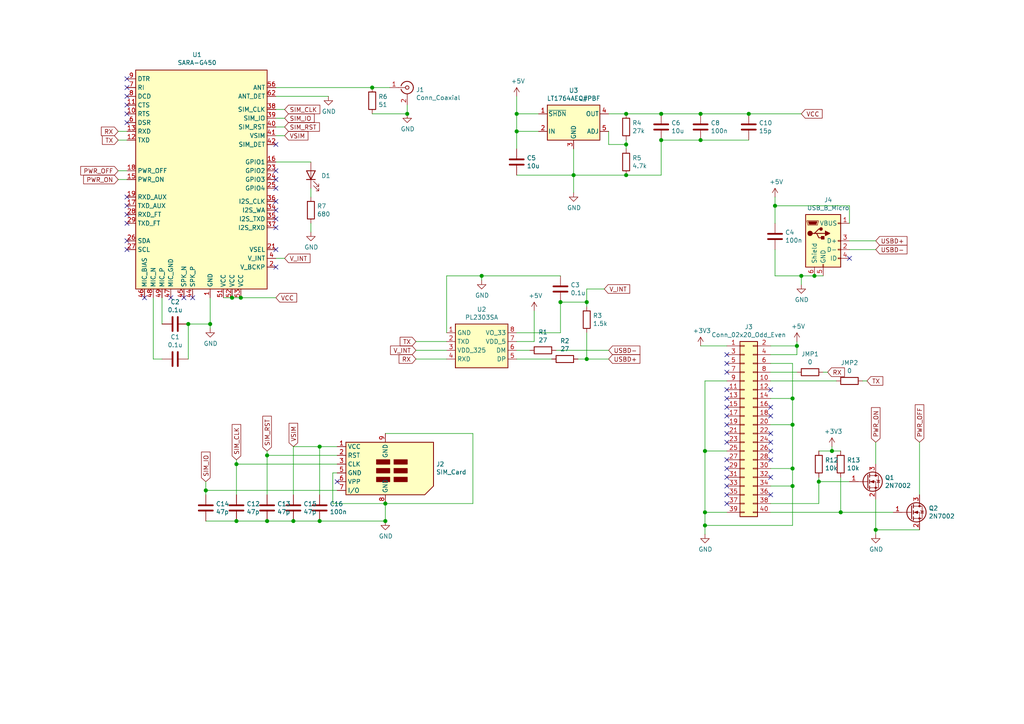
<source format=kicad_sch>
(kicad_sch (version 20210406) (generator eeschema)
  (paper "A4")
  (lib_symbols
    (symbol "Device:C" (pin_numbers hide) (pin_names (offset 0.254))
      (property "Reference" "C" (at 0.635 2.54 0))
      (property "Value" "C" (at 0.635 -2.54 0))
      (symbol "C_0_1"
        (polyline (pts (xy -2.032 -0.762) (xy 2.032 -0.762)) (stroke (width 0.508)))
        (polyline (pts (xy -2.032 0.762) (xy 2.032 0.762)) (stroke (width 0.508)))
      )
      (symbol "C_1_1"
        (pin passive line (at 0 3.81 270) (length 2.794) (name "~") (number "1"))
        (pin passive line (at 0 -3.81 90) (length 2.794) (name "~") (number "2"))
      )
    )
    (symbol "Device:LED" (pin_numbers hide) (pin_names (offset 1.016) hide)
      (property "Reference" "D" (at 0 2.54 0))
      (property "Value" "LED" (at 0 -2.54 0))
      (symbol "LED_0_1"
        (polyline (pts (xy -1.27 -1.27) (xy -1.27 1.27)) (stroke (width 0.254)))
        (polyline (pts (xy -1.27 0) (xy 1.27 0)))
        (polyline (pts (xy 1.27 -1.27) (xy 1.27 1.27) (xy -1.27 0) (xy 1.27 -1.27)) (stroke (width 0.254)))
        (polyline (pts (xy -3.048 -0.762) (xy -4.572 -2.286) (xy -3.81 -2.286) (xy -4.572 -2.286) (xy -4.572 -1.524)))
        (polyline (pts (xy -1.778 -0.762) (xy -3.302 -2.286) (xy -2.54 -2.286) (xy -3.302 -2.286) (xy -3.302 -1.524)))
      )
      (symbol "LED_1_1"
        (pin passive line (at -3.81 0 0) (length 2.54) (name "K") (number "1"))
        (pin passive line (at 3.81 0 180) (length 2.54) (name "A") (number "2"))
      )
    )
    (symbol "Device:R" (pin_numbers hide) (pin_names (offset 0))
      (property "Reference" "R" (at 2.032 0 90))
      (property "Value" "R" (at 0 0 90))
      (symbol "R_0_1"
        (rectangle (start -1.016 -2.54) (end 1.016 2.54) (stroke (width 0.254)))
      )
      (symbol "R_1_1"
        (pin passive line (at 0 3.81 270) (length 1.27) (name "~") (number "1"))
        (pin passive line (at 0 -3.81 90) (length 1.27) (name "~") (number "2"))
      )
    )
    (symbol "Transistor_FET:2N7002" (pin_names hide)
      (property "Reference" "Q" (at 5.08 1.905 0))
      (property "Value" "2N7002" (at 5.08 0 0))
      (symbol "2N7002_0_1"
        (circle (center 1.651 0) (radius 2.794) (stroke (width 0.254)))
        (circle (center 2.54 -1.778) (radius 0.254) (fill (type outline)))
        (circle (center 2.54 1.778) (radius 0.254) (fill (type outline)))
        (polyline (pts (xy 0.254 0) (xy -2.54 0)))
        (polyline (pts (xy 0.254 1.905) (xy 0.254 -1.905)) (stroke (width 0.254)))
        (polyline (pts (xy 0.762 -1.27) (xy 0.762 -2.286)) (stroke (width 0.254)))
        (polyline (pts (xy 0.762 0.508) (xy 0.762 -0.508)) (stroke (width 0.254)))
        (polyline (pts (xy 0.762 2.286) (xy 0.762 1.27)) (stroke (width 0.254)))
        (polyline (pts (xy 2.54 2.54) (xy 2.54 1.778)))
        (polyline (pts (xy 2.54 -2.54) (xy 2.54 0) (xy 0.762 0)))
        (polyline (pts (xy 0.762 -1.778) (xy 3.302 -1.778) (xy 3.302 1.778) (xy 0.762 1.778)))
        (polyline (pts (xy 2.794 0.508) (xy 2.921 0.381) (xy 3.683 0.381) (xy 3.81 0.254)))
        (polyline (pts (xy 3.302 0.381) (xy 2.921 -0.254) (xy 3.683 -0.254) (xy 3.302 0.381)))
        (polyline (pts (xy 1.016 0) (xy 2.032 0.381) (xy 2.032 -0.381) (xy 1.016 0)) (fill (type outline)))
      )
      (symbol "2N7002_1_1"
        (pin input line (at -5.08 0 0) (length 2.54) (name "G") (number "1"))
        (pin passive line (at 2.54 -5.08 90) (length 2.54) (name "S") (number "2"))
        (pin passive line (at 2.54 5.08 270) (length 2.54) (name "D") (number "3"))
      )
    )
    (symbol "muonpi-kicad-library:Conn_02x20_Odd_Even" (pin_names (offset 1.016) hide)
      (property "Reference" "J" (at 1.27 25.4 0))
      (property "Value" "Conn_02x20_Odd_Even" (at 1.27 -27.94 0))
      (symbol "Conn_02x20_Odd_Even_1_1"
        (rectangle (start -1.27 -25.273) (end 0 -25.527) (stroke (width 0.1524)))
        (rectangle (start -1.27 -22.733) (end 0 -22.987) (stroke (width 0.1524)))
        (rectangle (start -1.27 -20.193) (end 0 -20.447) (stroke (width 0.1524)))
        (rectangle (start -1.27 -17.653) (end 0 -17.907) (stroke (width 0.1524)))
        (rectangle (start -1.27 -15.113) (end 0 -15.367) (stroke (width 0.1524)))
        (rectangle (start -1.27 -12.573) (end 0 -12.827) (stroke (width 0.1524)))
        (rectangle (start -1.27 -10.033) (end 0 -10.287) (stroke (width 0.1524)))
        (rectangle (start -1.27 -7.493) (end 0 -7.747) (stroke (width 0.1524)))
        (rectangle (start -1.27 -4.953) (end 0 -5.207) (stroke (width 0.1524)))
        (rectangle (start -1.27 -2.413) (end 0 -2.667) (stroke (width 0.1524)))
        (rectangle (start -1.27 0.127) (end 0 -0.127) (stroke (width 0.1524)))
        (rectangle (start -1.27 2.667) (end 0 2.413) (stroke (width 0.1524)))
        (rectangle (start -1.27 5.207) (end 0 4.953) (stroke (width 0.1524)))
        (rectangle (start -1.27 7.747) (end 0 7.493) (stroke (width 0.1524)))
        (rectangle (start -1.27 10.287) (end 0 10.033) (stroke (width 0.1524)))
        (rectangle (start -1.27 12.827) (end 0 12.573) (stroke (width 0.1524)))
        (rectangle (start -1.27 15.367) (end 0 15.113) (stroke (width 0.1524)))
        (rectangle (start -1.27 17.907) (end 0 17.653) (stroke (width 0.1524)))
        (rectangle (start -1.27 20.447) (end 0 20.193) (stroke (width 0.1524)))
        (rectangle (start -1.27 22.987) (end 0 22.733) (stroke (width 0.1524)))
        (rectangle (start 3.81 -25.273) (end 2.54 -25.527) (stroke (width 0.1524)))
        (rectangle (start 3.81 -22.733) (end 2.54 -22.987) (stroke (width 0.1524)))
        (rectangle (start 3.81 -20.193) (end 2.54 -20.447) (stroke (width 0.1524)))
        (rectangle (start 3.81 -17.653) (end 2.54 -17.907) (stroke (width 0.1524)))
        (rectangle (start 3.81 -15.113) (end 2.54 -15.367) (stroke (width 0.1524)))
        (rectangle (start 3.81 -12.573) (end 2.54 -12.827) (stroke (width 0.1524)))
        (rectangle (start 3.81 -10.033) (end 2.54 -10.287) (stroke (width 0.1524)))
        (rectangle (start 3.81 -7.493) (end 2.54 -7.747) (stroke (width 0.1524)))
        (rectangle (start 3.81 -4.953) (end 2.54 -5.207) (stroke (width 0.1524)))
        (rectangle (start 3.81 -2.413) (end 2.54 -2.667) (stroke (width 0.1524)))
        (rectangle (start 3.81 0.127) (end 2.54 -0.127) (stroke (width 0.1524)))
        (rectangle (start 3.81 2.667) (end 2.54 2.413) (stroke (width 0.1524)))
        (rectangle (start 3.81 5.207) (end 2.54 4.953) (stroke (width 0.1524)))
        (rectangle (start 3.81 7.747) (end 2.54 7.493) (stroke (width 0.1524)))
        (rectangle (start 3.81 10.287) (end 2.54 10.033) (stroke (width 0.1524)))
        (rectangle (start 3.81 12.827) (end 2.54 12.573) (stroke (width 0.1524)))
        (rectangle (start 3.81 15.367) (end 2.54 15.113) (stroke (width 0.1524)))
        (rectangle (start 3.81 17.907) (end 2.54 17.653) (stroke (width 0.1524)))
        (rectangle (start 3.81 20.447) (end 2.54 20.193) (stroke (width 0.1524)))
        (rectangle (start 3.81 22.987) (end 2.54 22.733) (stroke (width 0.1524)))
        (rectangle (start -1.27 24.13) (end 3.81 -26.67) (stroke (width 0.254)) (fill (type background)))
        (pin passive line (at -5.08 22.86 0) (length 3.81) (name "Pin_1") (number "1"))
        (pin passive line (at 7.62 12.7 180) (length 3.81) (name "Pin_10") (number "10"))
        (pin passive line (at -5.08 10.16 0) (length 3.81) (name "Pin_11") (number "11"))
        (pin passive line (at 7.62 10.16 180) (length 3.81) (name "Pin_12") (number "12"))
        (pin passive line (at -5.08 7.62 0) (length 3.81) (name "Pin_13") (number "13"))
        (pin passive line (at 7.62 7.62 180) (length 3.81) (name "Pin_14") (number "14"))
        (pin passive line (at -5.08 5.08 0) (length 3.81) (name "Pin_15") (number "15"))
        (pin passive line (at 7.62 5.08 180) (length 3.81) (name "Pin_16") (number "16"))
        (pin passive line (at -5.08 2.54 0) (length 3.81) (name "Pin_17") (number "17"))
        (pin passive line (at 7.62 2.54 180) (length 3.81) (name "Pin_18") (number "18"))
        (pin passive line (at -5.08 0 0) (length 3.81) (name "Pin_19") (number "19"))
        (pin passive line (at 7.62 22.86 180) (length 3.81) (name "Pin_2") (number "2"))
        (pin passive line (at 7.62 0 180) (length 3.81) (name "Pin_20") (number "20"))
        (pin passive line (at -5.08 -2.54 0) (length 3.81) (name "Pin_21") (number "21"))
        (pin passive line (at 7.62 -2.54 180) (length 3.81) (name "Pin_22") (number "22"))
        (pin passive line (at -5.08 -5.08 0) (length 3.81) (name "Pin_23") (number "23"))
        (pin passive line (at 7.62 -5.08 180) (length 3.81) (name "Pin_24") (number "24"))
        (pin passive line (at -5.08 -7.62 0) (length 3.81) (name "Pin_25") (number "25"))
        (pin passive line (at 7.62 -7.62 180) (length 3.81) (name "Pin_26") (number "26"))
        (pin passive line (at -5.08 -10.16 0) (length 3.81) (name "Pin_27") (number "27"))
        (pin passive line (at 7.62 -10.16 180) (length 3.81) (name "Pin_28") (number "28"))
        (pin passive line (at -5.08 -12.7 0) (length 3.81) (name "Pin_29") (number "29"))
        (pin passive line (at -5.08 20.32 0) (length 3.81) (name "Pin_3") (number "3"))
        (pin passive line (at 7.62 -12.7 180) (length 3.81) (name "Pin_30") (number "30"))
        (pin passive line (at -5.08 -15.24 0) (length 3.81) (name "Pin_31") (number "31"))
        (pin passive line (at 7.62 -15.24 180) (length 3.81) (name "Pin_32") (number "32"))
        (pin passive line (at -5.08 -17.78 0) (length 3.81) (name "Pin_33") (number "33"))
        (pin passive line (at 7.62 -17.78 180) (length 3.81) (name "Pin_34") (number "34"))
        (pin passive line (at -5.08 -20.32 0) (length 3.81) (name "Pin_35") (number "35"))
        (pin passive line (at 7.62 -20.32 180) (length 3.81) (name "Pin_36") (number "36"))
        (pin passive line (at -5.08 -22.86 0) (length 3.81) (name "Pin_37") (number "37"))
        (pin passive line (at 7.62 -22.86 180) (length 3.81) (name "Pin_38") (number "38"))
        (pin passive line (at -5.08 -25.4 0) (length 3.81) (name "Pin_39") (number "39"))
        (pin passive line (at 7.62 20.32 180) (length 3.81) (name "Pin_4") (number "4"))
        (pin passive line (at 7.62 -25.4 180) (length 3.81) (name "Pin_40") (number "40"))
        (pin passive line (at -5.08 17.78 0) (length 3.81) (name "Pin_5") (number "5"))
        (pin passive line (at 7.62 17.78 180) (length 3.81) (name "Pin_6") (number "6"))
        (pin passive line (at -5.08 15.24 0) (length 3.81) (name "Pin_7") (number "7"))
        (pin passive line (at 7.62 15.24 180) (length 3.81) (name "Pin_8") (number "8"))
        (pin passive line (at -5.08 12.7 0) (length 3.81) (name "Pin_9") (number "9"))
      )
    )
    (symbol "muonpi-kicad-library:Conn_Coaxial" (pin_names (offset 1.016) hide)
      (property "Reference" "J" (at 0.254 3.048 0))
      (property "Value" "Conn_Coaxial" (at 2.921 0 90))
      (symbol "Conn_Coaxial_0_1"
        (arc (start -1.778 0.508) (end 1.778 0) (radius (at -0.0508 0) (length 1.8034) (angles 163.6 0)) (stroke (width 0.254)))
        (arc (start 1.778 0) (end -1.778 -0.508) (radius (at -0.0254 0) (length 1.8034) (angles 0 -163.8)) (stroke (width 0.254)))
        (circle (center 0 0) (radius 0.508) (stroke (width 0.2032)))
        (polyline (pts (xy -2.54 0) (xy -0.508 0)))
        (polyline (pts (xy 0 -2.54) (xy 0 -1.778)))
      )
      (symbol "Conn_Coaxial_1_1"
        (pin passive line (at -5.08 0 0) (length 2.54) (name "In") (number "1"))
        (pin passive line (at 0 -5.08 90) (length 2.54) (name "Ext") (number "2"))
      )
    )
    (symbol "muonpi-kicad-library:LT1764AEQ#PBF" (pin_names (offset 0.254))
      (property "Reference" "U" (at -6.35 6.35 0))
      (property "Value" "LT1764AEQ#PBF" (at 0 6.35 0))
      (symbol "LT1764AEQ#PBF_0_1"
        (rectangle (start -7.62 5.08) (end 7.62 -5.08) (stroke (width 0.254)) (fill (type background)))
      )
      (symbol "LT1764AEQ#PBF_1_1"
        (pin input line (at -10.16 2.54 0) (length 2.54) (name "~SHDN") (number "1"))
        (pin power_in line (at -10.16 -2.54 0) (length 2.54) (name "IN") (number "2"))
        (pin passive line (at 0 -7.62 90) (length 2.54) (name "GND") (number "3"))
        (pin power_out line (at 10.16 2.54 180) (length 2.54) (name "OUT") (number "4"))
        (pin input line (at 10.16 -2.54 180) (length 2.54) (name "ADJ") (number "5"))
      )
    )
    (symbol "muonpi-kicad-library:PL2303SA"
      (property "Reference" "U" (at -7.62 6.35 0))
      (property "Value" "PL2303SA" (at 7.62 6.35 0))
      (symbol "PL2303SA_0_1"
        (rectangle (start -7.62 5.08) (end 7.62 -7.62) (stroke (width 0.254)) (fill (type background)))
      )
      (symbol "PL2303SA_1_1"
        (pin passive line (at -10.16 2.54 0) (length 2.54) (name "GND") (number "1"))
        (pin output line (at -10.16 0 0) (length 2.54) (name "TXD") (number "2"))
        (pin power_in line (at -10.16 -2.54 0) (length 2.54) (name "VDD_325") (number "3"))
        (pin input line (at -10.16 -5.08 0) (length 2.54) (name "RXD") (number "4"))
        (pin bidirectional line (at 10.16 -5.08 180) (length 2.54) (name "DP") (number "5"))
        (pin bidirectional line (at 10.16 -2.54 180) (length 2.54) (name "DM") (number "6"))
        (pin power_in line (at 10.16 0 180) (length 2.54) (name "VDD_5") (number "7"))
        (pin power_out line (at 10.16 2.54 180) (length 2.54) (name "VO_33") (number "8"))
      )
    )
    (symbol "muonpi-kicad-library:SARA-G450"
      (property "Reference" "U" (at 17.78 30.48 0))
      (property "Value" "SARA-G450" (at -19.05 30.48 0))
      (symbol "SARA-G450_0_1"
        (rectangle (start -17.78 29.21) (end 20.32 -34.29) (stroke (width 0.254)) (fill (type background)))
      )
      (symbol "SARA-G450_1_1"
        (pin passive line (at 3.81 -36.83 90) (length 2.54) (name "GND") (number "1"))
        (pin input line (at -20.32 16.51 0) (length 2.54) (name "RTS") (number "10"))
        (pin output line (at -20.32 19.05 0) (length 2.54) (name "CTS") (number "11"))
        (pin input line (at -20.32 8.89 0) (length 2.54) (name "TXD") (number "12"))
        (pin output line (at -20.32 11.43 0) (length 2.54) (name "RXD") (number "13"))
        (pin passive line (at 3.81 -36.83 90) (length 2.54) hide (name "GND") (number "14"))
        (pin input line (at -20.32 -2.54 0) (length 2.54) (name "PWR_ON") (number "15"))
        (pin bidirectional line (at 22.86 2.54 180) (length 2.54) (name "GPIO1") (number "16"))
        (pin input line (at -20.32 -10.16 0) (length 2.54) (name "TXD_AUX") (number "17"))
        (pin input line (at -20.32 0 0) (length 2.54) (name "PWR_OFF") (number "18"))
        (pin output line (at -20.32 -7.62 0) (length 2.54) (name "RXD_AUX") (number "19"))
        (pin power_out line (at 22.86 -27.94 180) (length 2.54) (name "V_BCKP") (number "2"))
        (pin passive line (at 3.81 -36.83 90) (length 2.54) hide (name "GND") (number "20"))
        (pin input line (at 22.86 -22.86 180) (length 2.54) (name "VSEL") (number "21"))
        (pin passive line (at 3.81 -36.83 90) (length 2.54) hide (name "GND") (number "22"))
        (pin bidirectional line (at 22.86 0 180) (length 2.54) (name "GPIO2") (number "23"))
        (pin bidirectional line (at 22.86 -2.54 180) (length 2.54) (name "GPIO3") (number "24"))
        (pin bidirectional line (at 22.86 -5.08 180) (length 2.54) (name "GPIO4") (number "25"))
        (pin bidirectional line (at -20.32 -20.32 0) (length 2.54) (name "SDA") (number "26"))
        (pin output line (at -20.32 -22.86 0) (length 2.54) (name "SCL") (number "27"))
        (pin output line (at -20.32 -12.7 0) (length 2.54) (name "RXD_FT") (number "28"))
        (pin input line (at -20.32 -15.24 0) (length 2.54) (name "TXD_FT") (number "29"))
        (pin passive line (at 3.81 -36.83 90) (length 2.54) hide (name "GND") (number "3"))
        (pin passive line (at 3.81 -36.83 90) (length 2.54) hide (name "GND") (number "30"))
        (pin no_connect line (at -17.78 5.08 0) (length 2.54) hide (name "RSVD") (number "31"))
        (pin passive line (at 3.81 -36.83 90) (length 2.54) hide (name "GND") (number "32"))
        (pin no_connect line (at -17.78 2.54 0) (length 2.54) hide (name "RSVD") (number "33"))
        (pin output line (at 22.86 -11.43 180) (length 2.54) (name "I2S_WA") (number "34"))
        (pin output line (at 22.86 -13.97 180) (length 2.54) (name "I2S_TXD") (number "35"))
        (pin output line (at 22.86 -8.89 180) (length 2.54) (name "I2S_CLK") (number "36"))
        (pin input line (at 22.86 -16.51 180) (length 2.54) (name "I2S_RXD") (number "37"))
        (pin output line (at 22.86 17.78 180) (length 2.54) (name "SIM_CLK") (number "38"))
        (pin bidirectional line (at 22.86 15.24 180) (length 2.54) (name "SIM_IO") (number "39"))
        (pin power_out line (at 22.86 -25.4 180) (length 2.54) (name "V_INT") (number "4"))
        (pin output line (at 22.86 12.7 180) (length 2.54) (name "SIM_RST") (number "40"))
        (pin power_out line (at 22.86 10.16 180) (length 2.54) (name "VSIM") (number "41"))
        (pin input line (at 22.86 7.62 180) (length 2.54) (name "SIM_DET") (number "42"))
        (pin passive line (at 3.81 -36.83 90) (length 2.54) hide (name "GND") (number "43"))
        (pin output line (at -1.27 -36.83 90) (length 2.54) (name "SPK_P") (number "44"))
        (pin output line (at -3.81 -36.83 90) (length 2.54) (name "SPK_N") (number "45"))
        (pin output line (at -15.24 -36.83 90) (length 2.54) (name "MIC_BIAS") (number "46"))
        (pin input line (at -7.62 -36.83 90) (length 2.54) (name "MIC_GND") (number "47"))
        (pin input line (at -12.7 -36.83 90) (length 2.54) (name "MIC_N") (number "48"))
        (pin input line (at -10.16 -36.83 90) (length 2.54) (name "MIC_P") (number "49"))
        (pin passive line (at 3.81 -36.83 90) (length 2.54) hide (name "GND") (number "5"))
        (pin passive line (at 3.81 -36.83 90) (length 2.54) hide (name "GND") (number "50"))
        (pin power_in line (at 7.62 -36.83 90) (length 2.54) (name "VCC") (number "51"))
        (pin power_in line (at 10.16 -36.83 90) (length 2.54) (name "VCC") (number "52"))
        (pin power_in line (at 12.7 -36.83 90) (length 2.54) (name "VCC") (number "53"))
        (pin passive line (at 3.81 -36.83 90) (length 2.54) hide (name "GND") (number "54"))
        (pin passive line (at 3.81 -36.83 90) (length 2.54) hide (name "GND") (number "55"))
        (pin bidirectional line (at 22.86 24.13 180) (length 2.54) (name "ANT") (number "56"))
        (pin passive line (at 3.81 -36.83 90) (length 2.54) hide (name "GND") (number "57"))
        (pin passive line (at 3.81 -36.83 90) (length 2.54) hide (name "GND") (number "58"))
        (pin passive line (at 3.81 -36.83 90) (length 2.54) hide (name "GND") (number "59"))
        (pin output line (at -20.32 13.97 0) (length 2.54) (name "DSR") (number "6"))
        (pin passive line (at 3.81 -36.83 90) (length 2.54) hide (name "GND") (number "60"))
        (pin passive line (at 3.81 -36.83 90) (length 2.54) hide (name "GND") (number "61"))
        (pin input line (at 22.86 21.59 180) (length 2.54) (name "ANT_DET") (number "62"))
        (pin passive line (at 3.81 -36.83 90) (length 2.54) hide (name "GND") (number "63"))
        (pin passive line (at 3.81 -36.83 90) (length 2.54) hide (name "GND") (number "64"))
        (pin passive line (at 3.81 -36.83 90) (length 2.54) hide (name "GND") (number "65"))
        (pin passive line (at 3.81 -36.83 90) (length 2.54) hide (name "GND") (number "66"))
        (pin passive line (at 3.81 -36.83 90) (length 2.54) hide (name "GND") (number "67"))
        (pin passive line (at 3.81 -36.83 90) (length 2.54) hide (name "GND") (number "68"))
        (pin passive line (at 3.81 -36.83 90) (length 2.54) hide (name "GND") (number "69"))
        (pin output line (at -20.32 24.13 0) (length 2.54) (name "RI") (number "7"))
        (pin passive line (at 3.81 -36.83 90) (length 2.54) hide (name "GND") (number "70"))
        (pin passive line (at 3.81 -36.83 90) (length 2.54) hide (name "GND") (number "71"))
        (pin passive line (at 3.81 -36.83 90) (length 2.54) hide (name "GND") (number "72"))
        (pin passive line (at 3.81 -36.83 90) (length 2.54) hide (name "GND") (number "73"))
        (pin passive line (at 3.81 -36.83 90) (length 2.54) hide (name "GND") (number "74"))
        (pin passive line (at 3.81 -36.83 90) (length 2.54) hide (name "GND") (number "75"))
        (pin passive line (at 3.81 -36.83 90) (length 2.54) hide (name "GND") (number "76"))
        (pin passive line (at 3.81 -36.83 90) (length 2.54) hide (name "GND") (number "77"))
        (pin passive line (at 3.81 -36.83 90) (length 2.54) hide (name "GND") (number "78"))
        (pin passive line (at 3.81 -36.83 90) (length 2.54) hide (name "GND") (number "79"))
        (pin output line (at -20.32 21.59 0) (length 2.54) (name "DCD") (number "8"))
        (pin passive line (at 3.81 -36.83 90) (length 2.54) hide (name "GND") (number "80"))
        (pin passive line (at 3.81 -36.83 90) (length 2.54) hide (name "GND") (number "81"))
        (pin passive line (at 3.81 -36.83 90) (length 2.54) hide (name "GND") (number "82"))
        (pin passive line (at 3.81 -36.83 90) (length 2.54) hide (name "GND") (number "83"))
        (pin passive line (at 3.81 -36.83 90) (length 2.54) hide (name "GND") (number "84"))
        (pin passive line (at 3.81 -36.83 90) (length 2.54) hide (name "GND") (number "85"))
        (pin passive line (at 3.81 -36.83 90) (length 2.54) hide (name "GND") (number "86"))
        (pin passive line (at 3.81 -36.83 90) (length 2.54) hide (name "GND") (number "87"))
        (pin passive line (at 3.81 -36.83 90) (length 2.54) hide (name "GND") (number "88"))
        (pin passive line (at 3.81 -36.83 90) (length 2.54) hide (name "GND") (number "89"))
        (pin input line (at -20.32 26.67 0) (length 2.54) (name "DTR") (number "9"))
        (pin passive line (at 3.81 -36.83 90) (length 2.54) hide (name "GND") (number "90"))
        (pin passive line (at 3.81 -36.83 90) (length 2.54) hide (name "GND") (number "91"))
        (pin passive line (at 3.81 -36.83 90) (length 2.54) hide (name "GND") (number "92"))
        (pin passive line (at 3.81 -36.83 90) (length 2.54) hide (name "GND") (number "93"))
        (pin passive line (at 3.81 -36.83 90) (length 2.54) hide (name "GND") (number "94"))
        (pin passive line (at 3.81 -36.83 90) (length 2.54) hide (name "GND") (number "95"))
        (pin passive line (at 3.81 -36.83 90) (length 2.54) hide (name "GND") (number "96"))
      )
    )
    (symbol "muonpi-kicad-library:SIM_Card"
      (property "Reference" "J" (at -2.54 12.7 0))
      (property "Value" "SIM_Card" (at -1.27 10.16 0))
      (symbol "SIM_Card_0_0"
        (pin passive line (at 1.27 -8.89 90) (length 2.54) (name "GND") (number "8"))
      )
      (symbol "SIM_Card_0_1"
        (rectangle (start -1.27 -2.54) (end 2.54 -1.27) (stroke (width 0.254)) (fill (type outline)))
        (rectangle (start -1.27 0) (end 2.54 1.27) (stroke (width 0.254)) (fill (type outline)))
        (rectangle (start -1.27 2.54) (end 2.54 3.81) (stroke (width 0.254)) (fill (type outline)))
        (rectangle (start 3.81 -1.27) (end 7.62 -2.54) (stroke (width 0.254)) (fill (type outline)))
        (rectangle (start 3.81 0) (end 7.62 1.27) (stroke (width 0.254)) (fill (type outline)))
        (rectangle (start 3.81 2.54) (end 7.62 3.81) (stroke (width 0.254)) (fill (type outline)))
        (polyline (pts (xy -10.16 8.89) (xy 15.24 8.89) (xy 15.24 -3.81) (xy 12.7 -6.35) (xy -10.16 -6.35) (xy -10.16 8.89)) (stroke (width 0.254)) (fill (type background)))
      )
      (symbol "SIM_Card_1_1"
        (pin power_in line (at -12.7 7.62 0) (length 2.54) (name "VCC") (number "1"))
        (pin input line (at -12.7 5.08 0) (length 2.54) (name "RST") (number "2"))
        (pin input line (at -12.7 2.54 0) (length 2.54) (name "CLK") (number "3"))
        (pin power_in line (at -12.7 0 0) (length 2.54) (name "GND") (number "5"))
        (pin input line (at -12.7 -2.54 0) (length 2.54) (name "VPP") (number "6"))
        (pin bidirectional line (at -12.7 -5.08 0) (length 2.54) (name "I/O") (number "7"))
        (pin passive line (at 1.27 11.43 270) (length 2.54) (name "GND") (number "9"))
      )
    )
    (symbol "muonpi-kicad-library:USB_B_Micro_SMD" (pin_names (offset 1.016))
      (property "Reference" "J" (at -5.08 11.43 0))
      (property "Value" "USB_B_Micro_SMD" (at -5.08 8.89 0))
      (symbol "USB_B_Micro_SMD_0_1"
        (circle (center -3.81 2.159) (radius 0.635) (stroke (width 0.254)) (fill (type outline)))
        (circle (center -0.635 3.429) (radius 0.381) (stroke (width 0.254)) (fill (type outline)))
        (rectangle (start -0.127 -7.62) (end 0.127 -6.858))
        (rectangle (start 5.08 -5.207) (end 4.318 -4.953))
        (rectangle (start 5.08 -2.667) (end 4.318 -2.413))
        (rectangle (start 5.08 -0.127) (end 4.318 0.127))
        (rectangle (start 5.08 4.953) (end 4.318 5.207))
        (rectangle (start 0.254 1.27) (end -0.508 0.508) (stroke (width 0.254)) (fill (type outline)))
        (rectangle (start -5.08 -7.62) (end 5.08 7.62) (stroke (width 0.254)) (fill (type background)))
        (polyline (pts (xy -1.905 2.159) (xy 0.635 2.159)) (stroke (width 0.254)))
        (polyline (pts (xy -3.175 2.159) (xy -2.54 2.159) (xy -1.27 3.429) (xy -0.635 3.429)) (stroke (width 0.254)))
        (polyline (pts (xy -2.54 2.159) (xy -1.905 2.159) (xy -1.27 0.889) (xy 0 0.889)) (stroke (width 0.254)))
        (polyline (pts (xy -4.699 5.842) (xy -4.699 5.588) (xy -4.445 4.826) (xy -4.445 4.572) (xy -1.651 4.572) (xy -1.651 4.826) (xy -1.397 5.588) (xy -1.397 5.842) (xy -4.699 5.842)))
        (polyline (pts (xy 0.635 2.794) (xy 0.635 1.524) (xy 1.905 2.159) (xy 0.635 2.794)) (stroke (width 0.254)) (fill (type outline)))
        (polyline (pts (xy -4.318 5.588) (xy -1.778 5.588) (xy -2.032 4.826) (xy -4.064 4.826) (xy -4.318 5.588)) (fill (type outline)))
      )
      (symbol "USB_B_Micro_SMD_1_1"
        (pin power_out line (at 7.62 5.08 180) (length 2.54) (name "VBUS") (number "1"))
        (pin bidirectional line (at 7.62 -2.54 180) (length 2.54) (name "D-") (number "2"))
        (pin bidirectional line (at 7.62 0 180) (length 2.54) (name "D+") (number "3"))
        (pin passive line (at 7.62 -5.08 180) (length 2.54) (name "ID") (number "4"))
        (pin power_out line (at 0 -10.16 90) (length 2.54) (name "GND") (number "5"))
        (pin passive line (at -2.54 -10.16 90) (length 2.54) (name "Shield") (number "6"))
      )
    )
    (symbol "power:+3V3" (power) (pin_names (offset 0))
      (property "Value" "+3V3" (at 0 3.556 0))
      (symbol "+3V3_0_1"
        (polyline (pts (xy -0.762 1.27) (xy 0 2.54)))
        (polyline (pts (xy 0 0) (xy 0 2.54)))
        (polyline (pts (xy 0 2.54) (xy 0.762 1.27)))
      )
      (symbol "+3V3_1_1"
        (pin power_in line (at 0 0 90) (length 0) hide (name "+3V3") (number "1"))
      )
    )
    (symbol "power:+5V" (power) (pin_names (offset 0))
      (property "Value" "+5V" (at 0 3.556 0))
      (symbol "+5V_0_1"
        (polyline (pts (xy -0.762 1.27) (xy 0 2.54)))
        (polyline (pts (xy 0 0) (xy 0 2.54)))
        (polyline (pts (xy 0 2.54) (xy 0.762 1.27)))
      )
      (symbol "+5V_1_1"
        (pin power_in line (at 0 0 90) (length 0) hide (name "+5V") (number "1"))
      )
    )
    (symbol "power:GND" (power) (pin_names (offset 0))
      (property "Value" "GND" (at 0 -3.81 0))
      (symbol "GND_0_1"
        (polyline (pts (xy 0 0) (xy 0 -1.27) (xy 1.27 -1.27) (xy 0 -2.54) (xy -1.27 -1.27) (xy 0 -1.27)))
      )
      (symbol "GND_1_1"
        (pin power_in line (at 0 0 270) (length 0) hide (name "GND") (number "1"))
      )
    )
  )
  (junction (at 54.61 93.98) (diameter 1.016))
  (junction (at 59.69 142.24) (diameter 1.016))
  (junction (at 60.96 93.98) (diameter 1.016))
  (junction (at 67.31 86.36) (diameter 1.016))
  (junction (at 68.58 134.62) (diameter 1.016))
  (junction (at 68.58 151.13) (diameter 1.016))
  (junction (at 69.85 86.36) (diameter 1.016))
  (junction (at 77.47 132.08) (diameter 1.016))
  (junction (at 77.47 151.13) (diameter 1.016))
  (junction (at 85.09 151.13) (diameter 1.016))
  (junction (at 92.71 129.54) (diameter 1.016))
  (junction (at 92.71 151.13) (diameter 1.016))
  (junction (at 107.95 25.4) (diameter 1.016))
  (junction (at 111.76 146.05) (diameter 1.016))
  (junction (at 111.76 151.13) (diameter 1.016))
  (junction (at 118.11 33.02) (diameter 1.016))
  (junction (at 139.7 80.01) (diameter 1.016))
  (junction (at 149.86 33.02) (diameter 1.016))
  (junction (at 149.86 38.1) (diameter 1.016))
  (junction (at 162.56 87.63) (diameter 1.016))
  (junction (at 166.37 50.8) (diameter 1.016))
  (junction (at 170.18 87.63) (diameter 1.016))
  (junction (at 170.18 104.14) (diameter 1.016))
  (junction (at 181.61 33.02) (diameter 1.016))
  (junction (at 181.61 41.91) (diameter 1.016))
  (junction (at 181.61 50.8) (diameter 1.016))
  (junction (at 191.77 33.02) (diameter 1.016))
  (junction (at 191.77 40.64) (diameter 1.016))
  (junction (at 203.2 33.02) (diameter 1.016))
  (junction (at 203.2 40.64) (diameter 1.016))
  (junction (at 204.47 130.81) (diameter 1.016))
  (junction (at 204.47 148.59) (diameter 1.016))
  (junction (at 204.47 152.4) (diameter 1.016))
  (junction (at 217.17 33.02) (diameter 1.016))
  (junction (at 224.79 59.69) (diameter 1.016))
  (junction (at 229.87 115.57) (diameter 1.016))
  (junction (at 229.87 123.19) (diameter 1.016))
  (junction (at 229.87 135.89) (diameter 1.016))
  (junction (at 229.87 140.97) (diameter 1.016))
  (junction (at 231.14 100.33) (diameter 1.016))
  (junction (at 232.41 80.01) (diameter 1.016))
  (junction (at 236.22 80.01) (diameter 1.016))
  (junction (at 237.49 139.7) (diameter 1.016))
  (junction (at 241.3 130.81) (diameter 1.016))
  (junction (at 243.84 148.59) (diameter 1.016))
  (junction (at 254 153.67) (diameter 1.016))
  (no_connect (at 36.83 22.86))
  (no_connect (at 36.83 25.4))
  (no_connect (at 36.83 27.94))
  (no_connect (at 36.83 30.48))
  (no_connect (at 36.83 33.02))
  (no_connect (at 36.83 35.56))
  (no_connect (at 36.83 57.15))
  (no_connect (at 36.83 59.69))
  (no_connect (at 36.83 62.23))
  (no_connect (at 36.83 64.77))
  (no_connect (at 36.83 69.85))
  (no_connect (at 36.83 72.39))
  (no_connect (at 41.91 86.36))
  (no_connect (at 49.53 86.36))
  (no_connect (at 53.34 86.36))
  (no_connect (at 55.88 86.36))
  (no_connect (at 80.01 41.91))
  (no_connect (at 80.01 49.53))
  (no_connect (at 80.01 52.07))
  (no_connect (at 80.01 54.61))
  (no_connect (at 80.01 58.42))
  (no_connect (at 80.01 60.96))
  (no_connect (at 80.01 63.5))
  (no_connect (at 80.01 66.04))
  (no_connect (at 80.01 72.39))
  (no_connect (at 80.01 77.47))
  (no_connect (at 97.79 139.7))
  (no_connect (at 210.82 102.87))
  (no_connect (at 210.82 105.41))
  (no_connect (at 210.82 107.95))
  (no_connect (at 210.82 113.03))
  (no_connect (at 210.82 115.57))
  (no_connect (at 210.82 118.11))
  (no_connect (at 210.82 120.65))
  (no_connect (at 210.82 123.19))
  (no_connect (at 210.82 125.73))
  (no_connect (at 210.82 128.27))
  (no_connect (at 210.82 133.35))
  (no_connect (at 210.82 135.89))
  (no_connect (at 210.82 138.43))
  (no_connect (at 210.82 140.97))
  (no_connect (at 210.82 143.51))
  (no_connect (at 210.82 146.05))
  (no_connect (at 223.52 113.03))
  (no_connect (at 223.52 118.11))
  (no_connect (at 223.52 120.65))
  (no_connect (at 223.52 125.73))
  (no_connect (at 223.52 128.27))
  (no_connect (at 223.52 130.81))
  (no_connect (at 223.52 133.35))
  (no_connect (at 223.52 138.43))
  (no_connect (at 223.52 143.51))
  (no_connect (at 246.38 74.93))
  (wire (pts (xy 34.29 38.1) (xy 36.83 38.1)))
  (wire (pts (xy 34.29 40.64) (xy 36.83 40.64)))
  (wire (pts (xy 34.29 49.53) (xy 36.83 49.53)))
  (wire (pts (xy 34.29 52.07) (xy 36.83 52.07)))
  (wire (pts (xy 44.45 86.36) (xy 44.45 104.14)))
  (wire (pts (xy 44.45 104.14) (xy 46.99 104.14)))
  (wire (pts (xy 46.99 86.36) (xy 46.99 93.98)))
  (wire (pts (xy 54.61 93.98) (xy 60.96 93.98)))
  (wire (pts (xy 54.61 104.14) (xy 54.61 93.98)))
  (wire (pts (xy 59.69 139.7) (xy 59.69 142.24)))
  (wire (pts (xy 59.69 142.24) (xy 59.69 143.51)))
  (wire (pts (xy 59.69 142.24) (xy 97.79 142.24)))
  (wire (pts (xy 59.69 151.13) (xy 68.58 151.13)))
  (wire (pts (xy 60.96 86.36) (xy 60.96 93.98)))
  (wire (pts (xy 60.96 93.98) (xy 60.96 95.25)))
  (wire (pts (xy 64.77 86.36) (xy 67.31 86.36)))
  (wire (pts (xy 67.31 86.36) (xy 69.85 86.36)))
  (wire (pts (xy 68.58 133.35) (xy 68.58 134.62)))
  (wire (pts (xy 68.58 134.62) (xy 68.58 143.51)))
  (wire (pts (xy 68.58 151.13) (xy 77.47 151.13)))
  (wire (pts (xy 69.85 86.36) (xy 80.01 86.36)))
  (wire (pts (xy 77.47 130.81) (xy 77.47 132.08)))
  (wire (pts (xy 77.47 132.08) (xy 77.47 143.51)))
  (wire (pts (xy 77.47 151.13) (xy 85.09 151.13)))
  (wire (pts (xy 80.01 25.4) (xy 107.95 25.4)))
  (wire (pts (xy 80.01 27.94) (xy 95.25 27.94)))
  (wire (pts (xy 80.01 31.75) (xy 82.55 31.75)))
  (wire (pts (xy 80.01 36.83) (xy 82.55 36.83)))
  (wire (pts (xy 80.01 46.99) (xy 90.17 46.99)))
  (wire (pts (xy 82.55 34.29) (xy 80.01 34.29)))
  (wire (pts (xy 82.55 39.37) (xy 80.01 39.37)))
  (wire (pts (xy 82.55 74.93) (xy 80.01 74.93)))
  (wire (pts (xy 85.09 129.54) (xy 85.09 143.51)))
  (wire (pts (xy 85.09 129.54) (xy 92.71 129.54)))
  (wire (pts (xy 85.09 151.13) (xy 92.71 151.13)))
  (wire (pts (xy 90.17 57.15) (xy 90.17 54.61)))
  (wire (pts (xy 90.17 67.31) (xy 90.17 64.77)))
  (wire (pts (xy 92.71 129.54) (xy 92.71 143.51)))
  (wire (pts (xy 92.71 151.13) (xy 111.76 151.13)))
  (wire (pts (xy 96.52 137.16) (xy 96.52 146.05)))
  (wire (pts (xy 96.52 146.05) (xy 111.76 146.05)))
  (wire (pts (xy 97.79 129.54) (xy 92.71 129.54)))
  (wire (pts (xy 97.79 132.08) (xy 77.47 132.08)))
  (wire (pts (xy 97.79 134.62) (xy 68.58 134.62)))
  (wire (pts (xy 97.79 137.16) (xy 96.52 137.16)))
  (wire (pts (xy 107.95 25.4) (xy 113.03 25.4)))
  (wire (pts (xy 107.95 33.02) (xy 118.11 33.02)))
  (wire (pts (xy 111.76 125.73) (xy 137.16 125.73)))
  (wire (pts (xy 111.76 146.05) (xy 137.16 146.05)))
  (wire (pts (xy 111.76 151.13) (xy 111.76 146.05)))
  (wire (pts (xy 118.11 30.48) (xy 118.11 33.02)))
  (wire (pts (xy 120.65 99.06) (xy 129.54 99.06)))
  (wire (pts (xy 120.65 104.14) (xy 129.54 104.14)))
  (wire (pts (xy 129.54 80.01) (xy 129.54 96.52)))
  (wire (pts (xy 129.54 101.6) (xy 120.65 101.6)))
  (wire (pts (xy 137.16 125.73) (xy 137.16 146.05)))
  (wire (pts (xy 139.7 80.01) (xy 129.54 80.01)))
  (wire (pts (xy 139.7 80.01) (xy 139.7 81.28)))
  (wire (pts (xy 149.86 33.02) (xy 149.86 27.94)))
  (wire (pts (xy 149.86 38.1) (xy 149.86 33.02)))
  (wire (pts (xy 149.86 38.1) (xy 149.86 43.18)))
  (wire (pts (xy 149.86 101.6) (xy 153.67 101.6)))
  (wire (pts (xy 149.86 104.14) (xy 160.02 104.14)))
  (wire (pts (xy 154.94 90.17) (xy 154.94 99.06)))
  (wire (pts (xy 154.94 99.06) (xy 149.86 99.06)))
  (wire (pts (xy 156.21 33.02) (xy 149.86 33.02)))
  (wire (pts (xy 156.21 38.1) (xy 149.86 38.1)))
  (wire (pts (xy 161.29 101.6) (xy 176.53 101.6)))
  (wire (pts (xy 162.56 80.01) (xy 139.7 80.01)))
  (wire (pts (xy 162.56 87.63) (xy 162.56 96.52)))
  (wire (pts (xy 162.56 96.52) (xy 149.86 96.52)))
  (wire (pts (xy 166.37 43.18) (xy 166.37 50.8)))
  (wire (pts (xy 166.37 50.8) (xy 149.86 50.8)))
  (wire (pts (xy 166.37 50.8) (xy 166.37 55.88)))
  (wire (pts (xy 167.64 104.14) (xy 170.18 104.14)))
  (wire (pts (xy 170.18 83.82) (xy 175.26 83.82)))
  (wire (pts (xy 170.18 87.63) (xy 162.56 87.63)))
  (wire (pts (xy 170.18 87.63) (xy 170.18 83.82)))
  (wire (pts (xy 170.18 88.9) (xy 170.18 87.63)))
  (wire (pts (xy 170.18 96.52) (xy 170.18 104.14)))
  (wire (pts (xy 170.18 104.14) (xy 176.53 104.14)))
  (wire (pts (xy 176.53 33.02) (xy 181.61 33.02)))
  (wire (pts (xy 176.53 41.91) (xy 176.53 38.1)))
  (wire (pts (xy 176.53 41.91) (xy 181.61 41.91)))
  (wire (pts (xy 181.61 33.02) (xy 191.77 33.02)))
  (wire (pts (xy 181.61 40.64) (xy 181.61 41.91)))
  (wire (pts (xy 181.61 41.91) (xy 181.61 43.18)))
  (wire (pts (xy 181.61 50.8) (xy 166.37 50.8)))
  (wire (pts (xy 191.77 33.02) (xy 203.2 33.02)))
  (wire (pts (xy 191.77 40.64) (xy 191.77 50.8)))
  (wire (pts (xy 191.77 40.64) (xy 203.2 40.64)))
  (wire (pts (xy 191.77 50.8) (xy 181.61 50.8)))
  (wire (pts (xy 203.2 33.02) (xy 217.17 33.02)))
  (wire (pts (xy 203.2 40.64) (xy 217.17 40.64)))
  (wire (pts (xy 203.2 100.33) (xy 210.82 100.33)))
  (wire (pts (xy 204.47 110.49) (xy 204.47 130.81)))
  (wire (pts (xy 204.47 130.81) (xy 204.47 148.59)))
  (wire (pts (xy 204.47 148.59) (xy 210.82 148.59)))
  (wire (pts (xy 204.47 152.4) (xy 204.47 148.59)))
  (wire (pts (xy 204.47 154.94) (xy 204.47 152.4)))
  (wire (pts (xy 210.82 110.49) (xy 204.47 110.49)))
  (wire (pts (xy 210.82 130.81) (xy 204.47 130.81)))
  (wire (pts (xy 217.17 33.02) (xy 232.41 33.02)))
  (wire (pts (xy 223.52 100.33) (xy 231.14 100.33)))
  (wire (pts (xy 223.52 102.87) (xy 231.14 102.87)))
  (wire (pts (xy 223.52 105.41) (xy 229.87 105.41)))
  (wire (pts (xy 223.52 107.95) (xy 231.14 107.95)))
  (wire (pts (xy 223.52 110.49) (xy 242.57 110.49)))
  (wire (pts (xy 223.52 115.57) (xy 229.87 115.57)))
  (wire (pts (xy 223.52 123.19) (xy 229.87 123.19)))
  (wire (pts (xy 223.52 135.89) (xy 229.87 135.89)))
  (wire (pts (xy 223.52 140.97) (xy 229.87 140.97)))
  (wire (pts (xy 223.52 146.05) (xy 237.49 146.05)))
  (wire (pts (xy 223.52 148.59) (xy 243.84 148.59)))
  (wire (pts (xy 224.79 59.69) (xy 224.79 57.15)))
  (wire (pts (xy 224.79 64.77) (xy 224.79 59.69)))
  (wire (pts (xy 224.79 72.39) (xy 224.79 80.01)))
  (wire (pts (xy 224.79 80.01) (xy 232.41 80.01)))
  (wire (pts (xy 229.87 105.41) (xy 229.87 115.57)))
  (wire (pts (xy 229.87 115.57) (xy 229.87 123.19)))
  (wire (pts (xy 229.87 123.19) (xy 229.87 135.89)))
  (wire (pts (xy 229.87 135.89) (xy 229.87 140.97)))
  (wire (pts (xy 229.87 140.97) (xy 229.87 152.4)))
  (wire (pts (xy 229.87 152.4) (xy 204.47 152.4)))
  (wire (pts (xy 231.14 100.33) (xy 231.14 99.06)))
  (wire (pts (xy 231.14 102.87) (xy 231.14 100.33)))
  (wire (pts (xy 232.41 80.01) (xy 232.41 82.55)))
  (wire (pts (xy 236.22 80.01) (xy 232.41 80.01)))
  (wire (pts (xy 237.49 130.81) (xy 241.3 130.81)))
  (wire (pts (xy 237.49 139.7) (xy 237.49 138.43)))
  (wire (pts (xy 237.49 146.05) (xy 237.49 139.7)))
  (wire (pts (xy 238.76 80.01) (xy 236.22 80.01)))
  (wire (pts (xy 238.76 107.95) (xy 240.03 107.95)))
  (wire (pts (xy 241.3 130.81) (xy 241.3 129.54)))
  (wire (pts (xy 241.3 130.81) (xy 243.84 130.81)))
  (wire (pts (xy 243.84 148.59) (xy 243.84 138.43)))
  (wire (pts (xy 243.84 148.59) (xy 259.08 148.59)))
  (wire (pts (xy 246.38 59.69) (xy 224.79 59.69)))
  (wire (pts (xy 246.38 64.77) (xy 246.38 59.69)))
  (wire (pts (xy 246.38 69.85) (xy 254 69.85)))
  (wire (pts (xy 246.38 139.7) (xy 237.49 139.7)))
  (wire (pts (xy 250.19 110.49) (xy 251.46 110.49)))
  (wire (pts (xy 254 72.39) (xy 246.38 72.39)))
  (wire (pts (xy 254 128.27) (xy 254 134.62)))
  (wire (pts (xy 254 144.78) (xy 254 153.67)))
  (wire (pts (xy 254 153.67) (xy 254 154.94)))
  (wire (pts (xy 266.7 128.27) (xy 266.7 143.51)))
  (wire (pts (xy 266.7 153.67) (xy 254 153.67)))
  (global_label "RX" (shape input) (at 34.29 38.1 180) (property "Intersheet References" "${INTERSHEET_REFS}" (effects hide)))
  (global_label "TX" (shape input) (at 34.29 40.64 180) (property "Intersheet References" "${INTERSHEET_REFS}" (effects hide)))
  (global_label "PWR_OFF" (shape input) (at 34.29 49.53 180) (property "Intersheet References" "${INTERSHEET_REFS}" (effects hide)))
  (global_label "PWR_ON" (shape input) (at 34.29 52.07 180) (property "Intersheet References" "${INTERSHEET_REFS}" (effects hide)))
  (global_label "SIM_IO" (shape input) (at 59.69 139.7 90) (property "Intersheet References" "${INTERSHEET_REFS}" (effects hide)))
  (global_label "SIM_CLK" (shape input) (at 68.58 133.35 90) (property "Intersheet References" "${INTERSHEET_REFS}" (effects hide)))
  (global_label "SIM_RST" (shape input) (at 77.47 130.81 90) (property "Intersheet References" "${INTERSHEET_REFS}" (effects hide)))
  (global_label "VCC" (shape input) (at 80.01 86.36 0) (property "Intersheet References" "${INTERSHEET_REFS}" (effects hide)))
  (global_label "SIM_CLK" (shape input) (at 82.55 31.75 0) (property "Intersheet References" "${INTERSHEET_REFS}" (effects hide)))
  (global_label "SIM_IO" (shape input) (at 82.55 34.29 0) (property "Intersheet References" "${INTERSHEET_REFS}" (effects hide)))
  (global_label "SIM_RST" (shape input) (at 82.55 36.83 0) (property "Intersheet References" "${INTERSHEET_REFS}" (effects hide)))
  (global_label "VSIM" (shape input) (at 82.55 39.37 0) (property "Intersheet References" "${INTERSHEET_REFS}" (effects hide)))
  (global_label "V_INT" (shape input) (at 82.55 74.93 0) (property "Intersheet References" "${INTERSHEET_REFS}" (effects hide)))
  (global_label "VSIM" (shape input) (at 85.09 129.54 90) (property "Intersheet References" "${INTERSHEET_REFS}" (effects hide)))
  (global_label "TX" (shape input) (at 120.65 99.06 180) (property "Intersheet References" "${INTERSHEET_REFS}" (effects hide)))
  (global_label "V_INT" (shape input) (at 120.65 101.6 180) (property "Intersheet References" "${INTERSHEET_REFS}" (effects hide)))
  (global_label "RX" (shape input) (at 120.65 104.14 180) (property "Intersheet References" "${INTERSHEET_REFS}" (effects hide)))
  (global_label "V_INT" (shape input) (at 175.26 83.82 0) (property "Intersheet References" "${INTERSHEET_REFS}" (effects hide)))
  (global_label "USBD-" (shape input) (at 176.53 101.6 0) (property "Intersheet References" "${INTERSHEET_REFS}" (effects hide)))
  (global_label "USBD+" (shape input) (at 176.53 104.14 0) (property "Intersheet References" "${INTERSHEET_REFS}" (effects hide)))
  (global_label "VCC" (shape input) (at 232.41 33.02 0) (property "Intersheet References" "${INTERSHEET_REFS}" (effects hide)))
  (global_label "RX" (shape input) (at 240.03 107.95 0) (property "Intersheet References" "${INTERSHEET_REFS}" (effects hide)))
  (global_label "TX" (shape input) (at 251.46 110.49 0) (property "Intersheet References" "${INTERSHEET_REFS}" (effects hide)))
  (global_label "USBD+" (shape input) (at 254 69.85 0) (property "Intersheet References" "${INTERSHEET_REFS}" (effects hide)))
  (global_label "USBD-" (shape input) (at 254 72.39 0) (property "Intersheet References" "${INTERSHEET_REFS}" (effects hide)))
  (global_label "PWR_ON" (shape input) (at 254 128.27 90) (property "Intersheet References" "${INTERSHEET_REFS}" (effects hide)))
  (global_label "PWR_OFF" (shape input) (at 266.7 128.27 90) (property "Intersheet References" "${INTERSHEET_REFS}" (effects hide)))
  (symbol (lib_id "power:+5V") (at 149.86 27.94 0) (unit 1)
    (property "Reference" "#PWR0105" (effects hide))
    (property "Value" "+5V" (at 150.241 23.5458 0))
  )
  (symbol (lib_id "power:+5V") (at 154.94 90.17 0) (unit 1)
    (property "Reference" "#PWR0107" (effects hide))
    (property "Value" "+5V" (at 155.321 85.7758 0))
  )
  (symbol (lib_id "power:+3V3") (at 203.2 100.33 0) (unit 1)
    (property "Reference" "#PWR0112" (effects hide))
    (property "Value" "+3V3" (at 203.581 95.9358 0))
  )
  (symbol (lib_id "power:+5V") (at 224.79 57.15 0) (unit 1)
    (property "Reference" "#PWR0110" (effects hide))
    (property "Value" "+5V" (at 225.171 52.7558 0))
  )
  (symbol (lib_id "power:+5V") (at 231.14 99.06 0) (unit 1)
    (property "Reference" "#PWR0113" (effects hide))
    (property "Value" "+5V" (at 231.521 94.6658 0))
  )
  (symbol (lib_id "power:+3V3") (at 241.3 129.54 0) (unit 1)
    (property "Reference" "#PWR0115" (effects hide))
    (property "Value" "+3V3" (at 241.681 125.1458 0))
  )
  (symbol (lib_id "power:GND") (at 60.96 95.25 0) (unit 1)
    (property "Reference" "#PWR0101" (effects hide))
    (property "Value" "GND" (at 61.087 99.6442 0))
  )
  (symbol (lib_id "power:GND") (at 90.17 67.31 0) (unit 1)
    (property "Reference" "#PWR0103" (effects hide))
    (property "Value" "GND" (at 90.297 71.7042 0))
  )
  (symbol (lib_id "power:GND") (at 95.25 27.94 0) (unit 1)
    (property "Reference" "#PWR0102" (effects hide))
    (property "Value" "GND" (at 95.377 32.3342 0))
  )
  (symbol (lib_id "power:GND") (at 111.76 151.13 0) (unit 1)
    (property "Reference" "#PWR0111" (effects hide))
    (property "Value" "GND" (at 111.887 155.5242 0))
  )
  (symbol (lib_id "power:GND") (at 118.11 33.02 0) (unit 1)
    (property "Reference" "#PWR0104" (effects hide))
    (property "Value" "GND" (at 118.237 37.4142 0))
  )
  (symbol (lib_id "power:GND") (at 139.7 81.28 0) (unit 1)
    (property "Reference" "#PWR0108" (effects hide))
    (property "Value" "GND" (at 139.827 85.6742 0))
  )
  (symbol (lib_id "power:GND") (at 166.37 55.88 0) (unit 1)
    (property "Reference" "#PWR0106" (effects hide))
    (property "Value" "GND" (at 166.497 60.2742 0))
  )
  (symbol (lib_id "power:GND") (at 204.47 154.94 0) (unit 1)
    (property "Reference" "#PWR0114" (effects hide))
    (property "Value" "GND" (at 204.597 159.3342 0))
  )
  (symbol (lib_id "power:GND") (at 232.41 82.55 0) (unit 1)
    (property "Reference" "#PWR0109" (effects hide))
    (property "Value" "GND" (at 232.537 86.9442 0))
  )
  (symbol (lib_id "power:GND") (at 254 154.94 0) (unit 1)
    (property "Reference" "#PWR0116" (effects hide))
    (property "Value" "GND" (at 254.127 159.3342 0))
  )
  (symbol (lib_id "Device:R") (at 90.17 60.96 0) (unit 1)
    (property "Reference" "R7" (at 91.948 59.7916 0) (effects (justify left)))
    (property "Value" "680" (at 91.948 62.103 0) (effects (justify left)))
    (property "Footprint" "Resistor_SMD:R_0805_2012Metric" (effects hide))
  )
  (symbol (lib_id "Device:R") (at 107.95 29.21 0) (unit 1)
    (property "Reference" "R6" (at 109.728 28.0416 0) (effects (justify left)))
    (property "Value" "51" (at 109.728 30.353 0) (effects (justify left)))
    (property "Footprint" "Resistor_SMD:R_0805_2012Metric" (effects hide))
  )
  (symbol (lib_id "Device:R") (at 157.48 101.6 270) (unit 1)
    (property "Reference" "R1" (at 157.48 96.3422 90))
    (property "Value" "27" (at 157.48 98.6536 90))
    (property "Footprint" "Resistor_SMD:R_0805_2012Metric" (effects hide))
  )
  (symbol (lib_id "Device:R") (at 163.83 104.14 270) (unit 1)
    (property "Reference" "R2" (at 163.83 98.8822 90))
    (property "Value" "27" (at 163.83 101.1936 90))
    (property "Footprint" "Resistor_SMD:R_0805_2012Metric" (effects hide))
  )
  (symbol (lib_id "Device:R") (at 170.18 92.71 0) (unit 1)
    (property "Reference" "R3" (at 171.958 91.5416 0) (effects (justify left)))
    (property "Value" "1.5k" (at 171.958 93.853 0) (effects (justify left)))
    (property "Footprint" "Resistor_SMD:R_0805_2012Metric" (effects hide))
  )
  (symbol (lib_id "Device:R") (at 181.61 36.83 0) (unit 1)
    (property "Reference" "R4" (at 183.388 35.6616 0) (effects (justify left)))
    (property "Value" "27k" (at 183.388 37.973 0) (effects (justify left)))
    (property "Footprint" "Resistor_SMD:R_0805_2012Metric" (effects hide))
  )
  (symbol (lib_id "Device:R") (at 181.61 46.99 0) (unit 1)
    (property "Reference" "R5" (at 183.388 45.8216 0) (effects (justify left)))
    (property "Value" "4.7k" (at 183.388 48.133 0) (effects (justify left)))
    (property "Footprint" "Resistor_SMD:R_0805_2012Metric" (effects hide))
  )
  (symbol (lib_id "Device:R") (at 234.95 107.95 270) (unit 1)
    (property "Reference" "JMP1" (at 234.95 102.6922 90))
    (property "Value" "0" (at 234.95 105.0036 90))
    (property "Footprint" "Resistor_SMD:R_0201_0603Metric" (effects hide))
  )
  (symbol (lib_id "Device:R") (at 237.49 134.62 0) (unit 1)
    (property "Reference" "R12" (at 239.268 133.4516 0) (effects (justify left)))
    (property "Value" "10k" (at 239.268 135.763 0) (effects (justify left)))
    (property "Footprint" "Resistor_SMD:R_0805_2012Metric" (effects hide))
  )
  (symbol (lib_id "Device:R") (at 243.84 134.62 0) (unit 1)
    (property "Reference" "R13" (at 245.618 133.4516 0) (effects (justify left)))
    (property "Value" "10k" (at 245.618 135.763 0) (effects (justify left)))
    (property "Footprint" "Resistor_SMD:R_0805_2012Metric" (effects hide))
  )
  (symbol (lib_id "Device:R") (at 246.38 110.49 270) (unit 1)
    (property "Reference" "JMP2" (at 246.38 105.2322 90))
    (property "Value" "0" (at 246.38 107.5436 90))
    (property "Footprint" "Resistor_SMD:R_0201_0603Metric" (effects hide))
  )
  (symbol (lib_id "Device:LED") (at 90.17 50.8 90) (unit 1)
    (property "Reference" "D1" (at 93.1672 50.9778 90) (effects (justify right)))
    (property "Value" "LED" (effects hide))
    (property "Footprint" "LED_SMD:LED_0603_1608Metric" (effects hide))
  )
  (symbol (lib_id "Device:C") (at 50.8 93.98 90) (unit 1)
    (property "Reference" "C2" (at 50.8 87.5792 90))
    (property "Value" "0.1u" (at 50.8 89.8906 90))
    (property "Footprint" "Capacitor_SMD:C_0805_2012Metric" (effects hide))
  )
  (symbol (lib_id "Device:C") (at 50.8 104.14 90) (unit 1)
    (property "Reference" "C1" (at 50.8 97.7392 90))
    (property "Value" "0.1u" (at 50.8 100.0506 90))
    (property "Footprint" "Capacitor_SMD:C_0805_2012Metric" (effects hide))
  )
  (symbol (lib_id "Device:C") (at 59.69 147.32 0) (unit 1)
    (property "Reference" "C14" (at 62.611 146.1516 0) (effects (justify left)))
    (property "Value" "47p" (at 62.611 148.463 0) (effects (justify left)))
    (property "Footprint" "Capacitor_SMD:C_0805_2012Metric" (effects hide))
  )
  (symbol (lib_id "Device:C") (at 68.58 147.32 0) (unit 1)
    (property "Reference" "C12" (at 71.501 146.1516 0) (effects (justify left)))
    (property "Value" "47p" (at 71.501 148.463 0) (effects (justify left)))
    (property "Footprint" "Capacitor_SMD:C_0805_2012Metric" (effects hide))
  )
  (symbol (lib_id "Device:C") (at 77.47 147.32 0) (unit 1)
    (property "Reference" "C13" (at 80.391 146.1516 0) (effects (justify left)))
    (property "Value" "47p" (at 80.391 148.463 0) (effects (justify left)))
    (property "Footprint" "Capacitor_SMD:C_0805_2012Metric" (effects hide))
  )
  (symbol (lib_id "Device:C") (at 85.09 147.32 0) (unit 1)
    (property "Reference" "C15" (at 88.011 146.1516 0) (effects (justify left)))
    (property "Value" "47p" (at 88.011 148.463 0) (effects (justify left)))
    (property "Footprint" "Capacitor_SMD:C_0805_2012Metric" (effects hide))
  )
  (symbol (lib_id "Device:C") (at 92.71 147.32 0) (unit 1)
    (property "Reference" "C16" (at 95.631 146.1516 0) (effects (justify left)))
    (property "Value" "100n" (at 95.631 148.463 0) (effects (justify left)))
    (property "Footprint" "Capacitor_SMD:C_0805_2012Metric" (effects hide))
  )
  (symbol (lib_id "Device:C") (at 149.86 46.99 0) (unit 1)
    (property "Reference" "C5" (at 152.781 45.8216 0) (effects (justify left)))
    (property "Value" "10u" (at 152.781 48.133 0) (effects (justify left)))
    (property "Footprint" "Capacitor_SMD:C_0805_2012Metric" (effects hide))
  )
  (symbol (lib_id "Device:C") (at 162.56 83.82 0) (unit 1)
    (property "Reference" "C3" (at 165.481 82.6516 0) (effects (justify left)))
    (property "Value" "0.1u" (at 165.481 84.963 0) (effects (justify left)))
    (property "Footprint" "Capacitor_SMD:C_0805_2012Metric" (effects hide))
  )
  (symbol (lib_id "Device:C") (at 191.77 36.83 0) (unit 1)
    (property "Reference" "C6" (at 194.691 35.6616 0) (effects (justify left)))
    (property "Value" "10u" (at 194.691 37.973 0) (effects (justify left)))
    (property "Footprint" "Capacitor_SMD:C_0805_2012Metric" (effects hide))
  )
  (symbol (lib_id "Device:C") (at 203.2 36.83 0) (unit 1)
    (property "Reference" "C8" (at 206.121 35.6616 0) (effects (justify left)))
    (property "Value" "100n" (at 206.121 37.973 0) (effects (justify left)))
    (property "Footprint" "Capacitor_SMD:C_0805_2012Metric" (effects hide))
  )
  (symbol (lib_id "Device:C") (at 217.17 36.83 0) (unit 1)
    (property "Reference" "C10" (at 220.091 35.6616 0) (effects (justify left)))
    (property "Value" "15p" (at 220.091 37.973 0) (effects (justify left)))
    (property "Footprint" "Capacitor_SMD:C_0805_2012Metric" (effects hide))
  )
  (symbol (lib_id "Device:C") (at 224.79 68.58 0) (unit 1)
    (property "Reference" "C4" (at 227.711 67.4116 0) (effects (justify left)))
    (property "Value" "100n" (at 227.711 69.723 0) (effects (justify left)))
    (property "Footprint" "Capacitor_SMD:C_0805_2012Metric" (effects hide))
  )
  (symbol (lib_id "muonpi-kicad-library:Conn_Coaxial") (at 118.11 25.4 0) (unit 1)
    (property "Reference" "J1" (at 120.65 26.035 0) (effects (justify left)))
    (property "Value" "Conn_Coaxial" (at 120.65 28.3464 0) (effects (justify left)))
    (property "Footprint" "muonpi-kicad-library:SMA_Samtec_SMA-J-P-X-ST-EM1_EdgeMount" (effects hide))
    (property "Datasheet" " ~" (effects hide))
  )
  (symbol (lib_id "Transistor_FET:2N7002") (at 251.46 139.7 0) (unit 1)
    (property "Reference" "Q1" (at 256.6416 138.5316 0) (effects (justify left)))
    (property "Value" "2N7002" (at 256.6416 140.843 0) (effects (justify left)))
    (property "Footprint" "Package_TO_SOT_SMD:SOT-23" (effects hide))
    (property "Datasheet" "https://www.onsemi.com/pub/Collateral/NDS7002A-D.PDF" (effects hide))
  )
  (symbol (lib_id "Transistor_FET:2N7002") (at 264.16 148.59 0) (unit 1)
    (property "Reference" "Q2" (at 269.3416 147.4216 0) (effects (justify left)))
    (property "Value" "2N7002" (at 269.3416 149.733 0) (effects (justify left)))
    (property "Footprint" "Package_TO_SOT_SMD:SOT-23" (effects hide))
    (property "Datasheet" "https://www.onsemi.com/pub/Collateral/NDS7002A-D.PDF" (effects hide))
  )
  (symbol (lib_id "muonpi-kicad-library:USB_B_Micro_SMD") (at 238.76 69.85 0) (unit 1)
    (property "Reference" "J4" (at 240.2078 57.9882 0))
    (property "Value" "USB_B_Micro" (at 240.2078 60.2996 0))
    (property "Footprint" "muonpi-kicad-library:USB_Micro-B_Amphenol_10104110_Horizontal" (effects hide))
  )
  (symbol (lib_id "muonpi-kicad-library:PL2303SA") (at 139.7 99.06 0) (unit 1)
    (property "Reference" "U2" (at 139.7 89.7382 0))
    (property "Value" "PL2303SA" (at 139.7 92.0496 0))
    (property "Footprint" "muonpi-kicad-library:SOIC-8_3.9x4.9mm_P1.27mm" (effects hide))
  )
  (symbol (lib_id "muonpi-kicad-library:LT1764AEQ#PBF") (at 166.37 35.56 0) (unit 1)
    (property "Reference" "U3" (at 166.37 26.2382 0))
    (property "Value" "LT1764AEQ#PBF" (at 166.37 28.5496 0))
    (property "Footprint" "muonpi-kicad-library:DD-PAK-5_L10.6-W10.3-P1.70-LS14.5-BR" (effects hide))
    (property "Datasheet" "https://www.mouser.de/datasheet/2/609/1764afb-1268181.pdf" (effects hide))
  )
  (symbol (lib_id "muonpi-kicad-library:SIM_Card") (at 110.49 137.16 0) (unit 1)
    (property "Reference" "J2" (at 126.492 134.62 0) (effects (justify left)))
    (property "Value" "SIM_Card" (at 126.492 136.9314 0) (effects (justify left)))
    (property "Footprint" "muonpi-kicad-library:SIM" (effects hide))
    (property "Datasheet" " ~" (effects hide))
  )
  (symbol (lib_id "muonpi-kicad-library:Conn_02x20_Odd_Even") (at 215.9 123.19 0) (unit 1)
    (property "Reference" "J3" (at 217.17 94.8182 0))
    (property "Value" "Conn_02x20_Odd_Even" (at 217.17 97.1296 0))
    (property "Footprint" "muonpi-kicad-library:PinSocket_2x20_P2.54mm_Vertical" (effects hide))
  )
  (symbol (lib_id "muonpi-kicad-library:SARA-G450") (at 57.15 49.53 0) (unit 1)
    (property "Reference" "U1" (at 57.15 15.875 0))
    (property "Value" "SARA-G450" (at 57.15 18.1864 0))
    (property "Footprint" "muonpi-kicad-library:ublox_SARA-G3_LGA-96" (effects hide))
    (property "Datasheet" "https://www.u-blox.com/sites/default/files/SARA-G450_DataSheet_UBX-18006165.pdf" (effects hide))
  )
)
</source>
